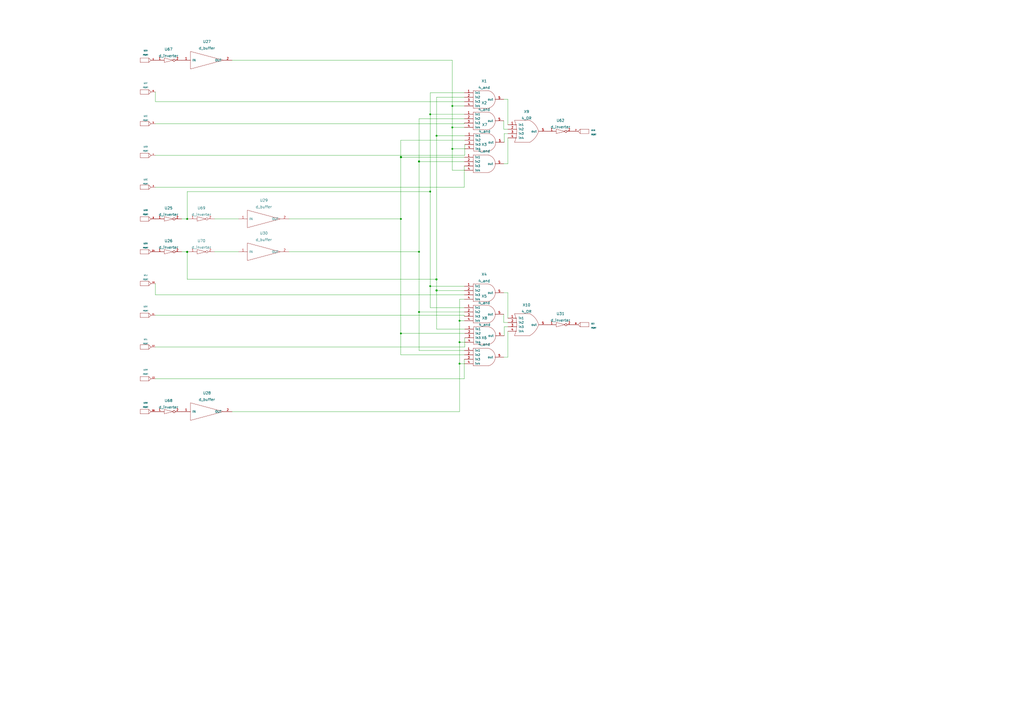
<source format=kicad_sch>
(kicad_sch (version 20211123) (generator eeschema)
  (paper "A2")
  (lib_symbols
    (symbol "eSim_Digital:d_buffer" (pin_names (offset 1.016))
      (property "Reference" "U" (at 0 -1.27 0))
      (property "Value" "d_buffer" (at 0 1.27 0))
      (symbol "d_buffer_0_1"
        (polyline (pts (xy -7.62 5.08) (xy -7.62 -5.08) (xy 11.43 0) (xy -7.62 5.08)))
      )
      (symbol "d_buffer_1_1"
        (pin input line (at -12.7 0 0) (length 5.08) (name "IN") (number "1"))
        (pin output line (at 16.51 0 180) (length 5.08) (name "OUT") (number "2"))
      )
    )
    (symbol "eSim_Digital:d_inverter" (pin_names (offset 1.016))
      (property "Reference" "U" (at 0 -2.54 0))
      (property "Value" "d_inverter" (at 0 3.81 0))
      (symbol "d_inverter_0_1"
        (polyline (pts (xy -2.54 1.27) (xy -2.54 -1.27) (xy 2.54 0) (xy -2.54 1.27)))
      )
      (symbol "d_inverter_1_1"
        (pin input line (at -7.62 0 0) (length 5.08) (name "~") (number "1"))
        (pin output inverted (at 7.62 0 180) (length 5.08) (name "~") (number "2"))
      )
    )
    (symbol "eSim_Miscellaneous:PORT" (pin_names (offset 1.016))
      (property "Reference" "U" (at 1.27 2.54 0))
      (property "Value" "PORT" (at 0 0 0))
      (symbol "PORT_0_1"
        (rectangle (start -2.54 1.27) (end 2.54 -1.27))
        (arc (start 2.54 1.27) (mid 3.1355 0.5955) (end 3.81 0))
        (arc (start 3.81 0) (mid 3.1447 -0.6046) (end 2.54 -1.27))
      )
      (symbol "PORT_1_1"
        (pin bidirectional line (at 6.35 0 180) (length 2.54) (name "~") (number "1"))
      )
      (symbol "PORT_2_1"
        (pin bidirectional line (at 6.35 0 180) (length 2.54) (name "~") (number "2"))
      )
      (symbol "PORT_3_1"
        (pin bidirectional line (at 6.35 0 180) (length 2.54) (name "~") (number "3"))
      )
      (symbol "PORT_4_1"
        (pin bidirectional line (at 6.35 0 180) (length 2.54) (name "~") (number "4"))
      )
      (symbol "PORT_5_1"
        (pin bidirectional line (at 6.35 0 180) (length 2.54) (name "~") (number "5"))
      )
      (symbol "PORT_6_1"
        (pin bidirectional line (at 6.35 0 180) (length 2.54) (name "~") (number "6"))
      )
      (symbol "PORT_7_1"
        (pin bidirectional line (at 6.35 0 180) (length 2.54) (name "~") (number "7"))
      )
      (symbol "PORT_8_1"
        (pin bidirectional line (at 6.35 0 180) (length 2.54) (name "~") (number "8"))
      )
      (symbol "PORT_9_1"
        (pin bidirectional line (at 6.35 0 180) (length 2.54) (name "~") (number "9"))
      )
      (symbol "PORT_10_1"
        (pin bidirectional line (at 6.35 0 180) (length 2.54) (name "~") (number "10"))
      )
      (symbol "PORT_11_1"
        (pin bidirectional line (at 6.35 0 180) (length 2.54) (name "~") (number "11"))
      )
      (symbol "PORT_12_1"
        (pin bidirectional line (at 6.35 0 180) (length 2.54) (name "~") (number "12"))
      )
      (symbol "PORT_13_1"
        (pin bidirectional line (at 6.35 0 180) (length 2.54) (name "~") (number "13"))
      )
      (symbol "PORT_14_1"
        (pin bidirectional line (at 6.35 0 180) (length 2.54) (name "~") (number "14"))
      )
      (symbol "PORT_15_1"
        (pin bidirectional line (at 6.35 0 180) (length 2.54) (name "~") (number "15"))
      )
      (symbol "PORT_16_1"
        (pin bidirectional line (at 6.35 0 180) (length 2.54) (name "~") (number "16"))
      )
      (symbol "PORT_17_1"
        (pin bidirectional line (at 6.35 0 180) (length 2.54) (name "~") (number "17"))
      )
      (symbol "PORT_18_1"
        (pin bidirectional line (at 6.35 0 180) (length 2.54) (name "~") (number "18"))
      )
      (symbol "PORT_19_1"
        (pin bidirectional line (at 6.35 0 180) (length 2.54) (name "~") (number "19"))
      )
      (symbol "PORT_20_1"
        (pin bidirectional line (at 6.35 0 180) (length 2.54) (name "~") (number "20"))
      )
      (symbol "PORT_21_1"
        (pin bidirectional line (at 6.35 0 180) (length 2.54) (name "~") (number "21"))
      )
      (symbol "PORT_22_1"
        (pin bidirectional line (at 6.35 0 180) (length 2.54) (name "~") (number "22"))
      )
      (symbol "PORT_23_1"
        (pin bidirectional line (at 6.35 0 180) (length 2.54) (name "~") (number "23"))
      )
      (symbol "PORT_24_1"
        (pin bidirectional line (at 6.35 0 180) (length 2.54) (name "~") (number "24"))
      )
      (symbol "PORT_25_1"
        (pin bidirectional line (at 6.35 0 180) (length 2.54) (name "~") (number "25"))
      )
      (symbol "PORT_26_1"
        (pin bidirectional line (at 6.35 0 180) (length 2.54) (name "~") (number "26"))
      )
    )
    (symbol "eSim_Subckt:4_OR" (pin_names (offset 1.016))
      (property "Reference" "X" (at 3.81 -2.54 0))
      (property "Value" "4_OR" (at 3.81 2.54 0))
      (symbol "4_OR_0_1"
        (arc (start -5.08 -6.35) (mid -3.81 0) (end -5.08 6.35))
        (polyline (pts (xy -5.08 -6.35) (xy 3.81 -6.35)))
        (polyline (pts (xy -5.08 6.35) (xy 3.81 6.35)))
        (arc (start 3.81 -6.35) (mid 6.9463 -3.651) (end 8.89 0))
        (arc (start 8.89 0) (mid 7.0265 3.7162) (end 3.81 6.35))
      )
      (symbol "4_OR_1_1"
        (pin input line (at -8.89 3.81 0) (length 5.08) (name "in1") (number "1"))
        (pin input line (at -8.89 1.27 0) (length 5.08) (name "in2") (number "2"))
        (pin input line (at -8.89 -1.27 0) (length 5.08) (name "in3") (number "3"))
        (pin input line (at -8.89 -3.81 0) (length 5.08) (name "in4") (number "4"))
        (pin output line (at 13.97 0 180) (length 5.08) (name "out") (number "5"))
      )
    )
    (symbol "eSim_Subckt:4_and" (pin_names (offset 1.016))
      (property "Reference" "X" (at 1.27 -1.27 0))
      (property "Value" "4_and" (at 2.54 2.54 0))
      (symbol "4_and_0_1"
        (polyline (pts (xy -5.08 5.08) (xy 3.81 5.08)))
        (polyline (pts (xy -5.08 5.08) (xy -5.08 -5.08) (xy 1.27 -5.08) (xy 3.81 -5.08)))
        (arc (start 3.81 -5.08) (mid 7.7763 0) (end 3.81 5.08))
      )
      (symbol "4_and_1_1"
        (pin input line (at -10.16 3.81 0) (length 5.08) (name "in1") (number "1"))
        (pin input line (at -10.16 1.27 0) (length 5.08) (name "in2") (number "2"))
        (pin input line (at -10.16 -1.27 0) (length 5.08) (name "in3") (number "3"))
        (pin input line (at -10.16 -3.81 0) (length 5.08) (name "in4") (number "4"))
        (pin output line (at 12.7 0 180) (length 5.08) (name "out") (number "5"))
      )
    )
  )
  (junction (at 262.382 86.36))
  (junction (at 232.537 91.059))
  (junction (at 249.555 165.989))
  (junction (at 232.537 91.186))
  (junction (at 243.078 93.726))
  (junction (at 108.585 146.177))
  (junction (at 108.585 127))
  (junction (at 262.382 73.914))
  (junction (at 266.573 186.055))
  (junction (at 262.382 61.468))
  (junction (at 253.238 78.74))
  (junction (at 249.555 111.125))
  (junction (at 232.664 91.186))
  (junction (at 243.078 180.975))
  (junction (at 253.238 168.402))
  (junction (at 243.078 146.05))
  (junction (at 232.537 193.421))
  (junction (at 266.573 198.501))
  (junction (at 266.573 210.947))
  (junction (at 232.537 127))
  (junction (at 253.111 162.052))
  (junction (at 243.078 93.599))
  (junction (at 253.238 162.052))
  (junction (at 249.555 66.294))
  (junction (at 253.238 168.529))
  (junction (at 108.585 146.05))
  (wire (pts (xy 232.537 81.28) (xy 269.621 81.28)))
  (wire (pts (xy 266.573 210.947) (xy 266.573 238.76)))
  (wire (pts (xy 90.17 58.928) (xy 90.17 53.34)))
  (wire (pts (xy 243.078 93.726) (xy 243.078 93.599)))
  (wire (pts (xy 269.367 183.515) (xy 269.367 182.88)))
  (wire (pts (xy 262.382 73.914) (xy 262.382 86.36)))
  (wire (pts (xy 124.46 146.05) (xy 138.43 146.05)))
  (wire (pts (xy 90.17 90.17) (xy 269.621 90.17)))
  (wire (pts (xy 292.227 207.137) (xy 294.64 207.137)))
  (wire (pts (xy 294.64 57.658) (xy 294.64 72.39)))
  (wire (pts (xy 292.481 194.691) (xy 292.481 189.611)))
  (wire (pts (xy 266.573 198.501) (xy 266.573 210.947)))
  (wire (pts (xy 243.078 93.726) (xy 243.078 146.05)))
  (wire (pts (xy 269.621 78.74) (xy 253.238 78.74)))
  (wire (pts (xy 253.238 168.402) (xy 253.238 162.052)))
  (wire (pts (xy 292.481 189.611) (xy 294.64 189.611)))
  (wire (pts (xy 292.481 82.55) (xy 292.481 77.47)))
  (wire (pts (xy 269.367 66.294) (xy 249.555 66.294)))
  (wire (pts (xy 105.41 127) (xy 108.585 127)))
  (wire (pts (xy 269.621 198.501) (xy 266.573 198.501)))
  (wire (pts (xy 232.537 91.186) (xy 232.537 91.059)))
  (wire (pts (xy 108.585 146.05) (xy 109.22 146.05)))
  (wire (pts (xy 262.382 98.806) (xy 269.367 98.806)))
  (wire (pts (xy 108.585 162.052) (xy 253.111 162.052)))
  (wire (pts (xy 90.17 71.755) (xy 269.367 71.755)))
  (wire (pts (xy 253.238 56.388) (xy 253.238 78.74)))
  (wire (pts (xy 243.078 68.834) (xy 243.078 93.599)))
  (wire (pts (xy 269.367 168.529) (xy 253.238 168.529)))
  (wire (pts (xy 266.573 173.609) (xy 269.367 173.609)))
  (wire (pts (xy 232.537 81.28) (xy 232.537 91.059)))
  (wire (pts (xy 253.111 162.052) (xy 253.238 162.052)))
  (wire (pts (xy 292.481 77.47) (xy 294.64 77.47)))
  (wire (pts (xy 249.555 66.294) (xy 249.555 111.125)))
  (wire (pts (xy 269.367 210.947) (xy 266.573 210.947)))
  (wire (pts (xy 266.573 186.055) (xy 266.573 198.501)))
  (wire (pts (xy 262.382 34.925) (xy 262.382 61.468)))
  (wire (pts (xy 262.382 86.36) (xy 269.621 86.36)))
  (wire (pts (xy 292.227 70.104) (xy 292.227 74.93)))
  (wire (pts (xy 243.078 180.975) (xy 243.078 203.327)))
  (wire (pts (xy 232.537 127) (xy 232.537 193.421)))
  (wire (pts (xy 105.41 146.05) (xy 108.585 146.05)))
  (wire (pts (xy 243.078 93.726) (xy 269.367 93.726)))
  (wire (pts (xy 269.367 208.407) (xy 269.367 219.71)))
  (wire (pts (xy 134.62 34.925) (xy 262.382 34.925)))
  (wire (pts (xy 253.238 168.529) (xy 253.238 190.881)))
  (wire (pts (xy 249.555 53.848) (xy 249.555 66.294)))
  (wire (pts (xy 108.585 127) (xy 109.22 127)))
  (wire (pts (xy 253.238 168.402) (xy 253.238 168.529)))
  (wire (pts (xy 90.17 201.295) (xy 269.621 201.295)))
  (wire (pts (xy 167.64 146.05) (xy 243.078 146.05)))
  (wire (pts (xy 292.227 74.93) (xy 294.64 74.93)))
  (wire (pts (xy 243.078 68.834) (xy 269.367 68.834)))
  (wire (pts (xy 294.64 169.799) (xy 294.64 184.531)))
  (wire (pts (xy 262.382 61.468) (xy 262.382 73.914)))
  (wire (pts (xy 269.621 190.881) (xy 253.238 190.881)))
  (wire (pts (xy 269.367 71.755) (xy 269.367 71.374)))
  (wire (pts (xy 292.227 182.245) (xy 292.227 187.071)))
  (wire (pts (xy 243.078 146.05) (xy 243.078 180.975)))
  (wire (pts (xy 269.621 83.82) (xy 269.621 90.17)))
  (wire (pts (xy 294.64 207.137) (xy 294.64 192.151)))
  (wire (pts (xy 243.078 203.327) (xy 269.367 203.327)))
  (wire (pts (xy 269.367 186.055) (xy 266.573 186.055)))
  (wire (pts (xy 292.227 94.996) (xy 294.64 94.996)))
  (wire (pts (xy 262.382 73.914) (xy 269.367 73.914)))
  (wire (pts (xy 266.573 173.609) (xy 266.573 186.055)))
  (wire (pts (xy 232.664 91.186) (xy 269.367 91.186)))
  (wire (pts (xy 232.664 91.186) (xy 232.537 91.186)))
  (wire (pts (xy 232.537 91.186) (xy 232.537 127)))
  (wire (pts (xy 269.367 96.266) (xy 269.367 108.585)))
  (wire (pts (xy 262.382 86.36) (xy 262.382 98.806)))
  (wire (pts (xy 90.17 108.585) (xy 269.367 108.585)))
  (wire (pts (xy 232.537 193.421) (xy 269.621 193.421)))
  (wire (pts (xy 134.62 238.76) (xy 266.573 238.76)))
  (wire (pts (xy 232.537 205.867) (xy 269.367 205.867)))
  (wire (pts (xy 243.078 180.975) (xy 269.367 180.975)))
  (wire (pts (xy 90.17 219.71) (xy 269.367 219.71)))
  (wire (pts (xy 269.367 53.848) (xy 249.555 53.848)))
  (wire (pts (xy 269.367 56.388) (xy 253.238 56.388)))
  (wire (pts (xy 90.17 164.465) (xy 90.17 171.069)))
  (wire (pts (xy 108.585 127) (xy 108.585 111.125)))
  (wire (pts (xy 249.555 165.989) (xy 249.555 178.435)))
  (wire (pts (xy 292.227 187.071) (xy 294.64 187.071)))
  (wire (pts (xy 269.367 58.928) (xy 90.17 58.928)))
  (wire (pts (xy 108.585 111.125) (xy 249.555 111.125)))
  (wire (pts (xy 108.585 146.177) (xy 108.585 146.05)))
  (wire (pts (xy 249.555 111.125) (xy 249.555 165.989)))
  (wire (pts (xy 249.555 165.989) (xy 269.367 165.989)))
  (wire (pts (xy 124.46 127) (xy 138.43 127)))
  (wire (pts (xy 253.238 78.74) (xy 253.238 162.052)))
  (wire (pts (xy 269.367 178.435) (xy 249.555 178.435)))
  (wire (pts (xy 90.17 182.88) (xy 269.367 182.88)))
  (wire (pts (xy 90.17 171.069) (xy 269.367 171.069)))
  (wire (pts (xy 232.283 91.186) (xy 232.537 91.186)))
  (wire (pts (xy 108.585 146.177) (xy 108.585 162.052)))
  (wire (pts (xy 269.621 195.961) (xy 269.621 201.295)))
  (wire (pts (xy 292.227 169.799) (xy 294.64 169.799)))
  (wire (pts (xy 232.537 193.421) (xy 232.537 205.867)))
  (wire (pts (xy 269.367 61.468) (xy 262.382 61.468)))
  (wire (pts (xy 294.64 94.996) (xy 294.64 80.01)))
  (wire (pts (xy 167.64 127) (xy 232.537 127)))
  (wire (pts (xy 292.227 57.658) (xy 294.64 57.658)))
  (symbol (lib_id "eSim_Miscellaneous:PORT") (at 83.82 108.585 0) (unit 3)
    (property "Reference" "U1" (at 84.455 104.14 0) (effects (font (size 0.762 0.762))))
    (property "Value" "PORT" (at 84.455 106.68 0) (effects (font (size 0.762 0.762))))
  )
  (symbol (lib_id "eSim_Digital:d_inverter") (at 325.12 188.341 0) (unit 1)
    (property "Reference" "U31" (at 325.12 181.991 0) (effects (font (size 1.524 1.524))))
    (property "Value" "d_inverter" (at 325.12 185.801 0) (effects (font (size 1.524 1.524))))
  )
  (symbol (lib_id "eSim_Miscellaneous:PORT") (at 83.82 71.755 0) (unit 5)
    (property "Reference" "U1" (at 84.455 67.31 0) (effects (font (size 0.762 0.762))))
    (property "Value" "PORT" (at 84.455 69.85 0) (effects (font (size 0.762 0.762))))
  )
  (symbol (lib_id "eSim_Subckt:4_OR") (at 303.53 188.341 0) (unit 1)
    (property "Reference" "X10" (at 305.435 176.911 0) (effects (font (size 1.524 1.524))))
    (property "Value" "4_OR" (at 305.435 180.721 0) (effects (font (size 1.524 1.524))))
  )
  (symbol (lib_id "eSim_Digital:d_inverter") (at 325.12 76.2 0) (unit 1)
    (property "Reference" "U62" (at 325.12 69.85 0) (effects (font (size 1.524 1.524))))
    (property "Value" "d_inverter" (at 325.12 73.66 0) (effects (font (size 1.524 1.524))))
  )
  (symbol (lib_id "eSim_Miscellaneous:PORT") (at 83.82 53.34 0) (unit 6)
    (property "Reference" "U1" (at 84.455 48.26 0) (effects (font (size 0.762 0.762))))
    (property "Value" "PORT" (at 84.455 50.8 0) (effects (font (size 0.762 0.762))))
  )
  (symbol (lib_id "eSim_Miscellaneous:PORT") (at 83.82 238.76 0) (unit 15)
    (property "Reference" "U1" (at 84.455 233.68 0) (effects (font (size 0.762 0.762))))
    (property "Value" "PORT" (at 84.455 236.22 0) (effects (font (size 0.762 0.762))))
  )
  (symbol (lib_id "eSim_Miscellaneous:PORT") (at 83.82 146.05 0) (unit 14)
    (property "Reference" "U1" (at 84.455 141.224 0) (effects (font (size 0.762 0.762))))
    (property "Value" "PORT" (at 84.455 143.764 0) (effects (font (size 0.762 0.762))))
  )
  (symbol (lib_id "eSim_Miscellaneous:PORT") (at 83.82 219.71 0) (unit 13)
    (property "Reference" "U1" (at 84.455 214.503 0) (effects (font (size 0.762 0.762))))
    (property "Value" "PORT" (at 84.455 217.043 0) (effects (font (size 0.762 0.762))))
  )
  (symbol (lib_id "eSim_Subckt:4_and") (at 279.781 82.55 0) (unit 1)
    (property "Reference" "X7" (at 281.1291 72.39 0) (effects (font (size 1.524 1.524))))
    (property "Value" "4_and" (at 281.1291 76.2 0) (effects (font (size 1.524 1.524))))
  )
  (symbol (lib_id "eSim_Subckt:4_and") (at 279.781 194.691 0) (unit 1)
    (property "Reference" "X8" (at 281.1291 184.531 0) (effects (font (size 1.524 1.524))))
    (property "Value" "4_and" (at 281.1291 188.341 0) (effects (font (size 1.524 1.524))))
  )
  (symbol (lib_id "eSim_Digital:d_inverter") (at 116.84 146.05 0) (unit 1)
    (property "Reference" "U70" (at 116.84 139.7 0) (effects (font (size 1.524 1.524))))
    (property "Value" "d_inverter" (at 116.84 143.51 0) (effects (font (size 1.524 1.524))))
  )
  (symbol (lib_id "eSim_Miscellaneous:PORT") (at 83.82 164.465 0) (unit 10)
    (property "Reference" "U1" (at 84.455 159.639 0) (effects (font (size 0.762 0.762))))
    (property "Value" "PORT" (at 84.455 162.179 0) (effects (font (size 0.762 0.762))))
  )
  (symbol (lib_id "eSim_Miscellaneous:PORT") (at 83.82 34.925 0) (unit 1)
    (property "Reference" "U1" (at 84.455 29.337 0) (effects (font (size 0.762 0.762))))
    (property "Value" "PORT" (at 84.455 31.877 0) (effects (font (size 0.762 0.762))))
  )
  (symbol (lib_id "eSim_Digital:d_buffer") (at 118.11 34.925 0) (unit 1)
    (property "Reference" "U27" (at 120.015 24.13 0) (effects (font (size 1.524 1.524))))
    (property "Value" "d_buffer" (at 120.015 27.94 0) (effects (font (size 1.524 1.524))))
  )
  (symbol (lib_id "eSim_Digital:d_buffer") (at 151.13 127 0) (unit 1)
    (property "Reference" "U29" (at 153.035 116.205 0) (effects (font (size 1.524 1.524))))
    (property "Value" "d_buffer" (at 153.035 120.015 0) (effects (font (size 1.524 1.524))))
  )
  (symbol (lib_id "eSim_Subckt:4_and") (at 279.527 94.996 0) (unit 1)
    (property "Reference" "X3" (at 280.8751 83.82 0) (effects (font (size 1.524 1.524))))
    (property "Value" "4_and" (at 280.8751 87.63 0) (effects (font (size 1.524 1.524))))
  )
  (symbol (lib_id "eSim_Miscellaneous:PORT") (at 83.82 90.17 0) (unit 4)
    (property "Reference" "U1" (at 84.455 85.09 0) (effects (font (size 0.762 0.762))))
    (property "Value" "PORT" (at 84.455 87.63 0) (effects (font (size 0.762 0.762))))
  )
  (symbol (lib_id "eSim_Subckt:4_OR") (at 303.53 76.2 0) (unit 1)
    (property "Reference" "X9" (at 305.435 64.77 0) (effects (font (size 1.524 1.524))))
    (property "Value" "4_OR" (at 305.435 68.58 0) (effects (font (size 1.524 1.524))))
  )
  (symbol (lib_id "eSim_Subckt:4_and") (at 279.527 182.245 0) (unit 1)
    (property "Reference" "X5" (at 280.8751 171.831 0) (effects (font (size 1.524 1.524))))
    (property "Value" "4_and" (at 280.8751 175.641 0) (effects (font (size 1.524 1.524))))
  )
  (symbol (lib_id "eSim_Digital:d_inverter") (at 97.79 146.05 0) (unit 1)
    (property "Reference" "U26" (at 97.79 139.7 0) (effects (font (size 1.524 1.524))))
    (property "Value" "d_inverter" (at 97.79 143.51 0) (effects (font (size 1.524 1.524))))
  )
  (symbol (lib_id "eSim_Miscellaneous:PORT") (at 83.82 127 0) (unit 2)
    (property "Reference" "U1" (at 84.455 121.92 0) (effects (font (size 0.762 0.762))))
    (property "Value" "PORT" (at 84.455 124.46 0) (effects (font (size 0.762 0.762))))
  )
  (symbol (lib_id "eSim_Miscellaneous:PORT") (at 339.09 76.2 180) (unit 7)
    (property "Reference" "U1" (at 342.9 75.565 0) (effects (font (size 0.762 0.762)) (justify right)))
    (property "Value" "PORT" (at 342.9 78.105 0) (effects (font (size 0.762 0.762)) (justify right)))
  )
  (symbol (lib_id "eSim_Subckt:4_and") (at 279.527 207.137 0) (unit 1)
    (property "Reference" "X6" (at 280.8751 195.961 0) (effects (font (size 1.524 1.524))))
    (property "Value" "4_and" (at 280.8751 199.771 0) (effects (font (size 1.524 1.524))))
  )
  (symbol (lib_id "eSim_Subckt:4_and") (at 279.527 169.799 0) (unit 1)
    (property "Reference" "X4" (at 280.8751 159.131 0) (effects (font (size 1.524 1.524))))
    (property "Value" "4_and" (at 280.8751 162.941 0) (effects (font (size 1.524 1.524))))
  )
  (symbol (lib_id "eSim_Miscellaneous:PORT") (at 339.09 188.341 180) (unit 9)
    (property "Reference" "U1" (at 342.9 187.706 0) (effects (font (size 0.762 0.762)) (justify right)))
    (property "Value" "PORT" (at 342.9 190.246 0) (effects (font (size 0.762 0.762)) (justify right)))
  )
  (symbol (lib_id "eSim_Subckt:4_and") (at 279.527 57.658 0) (unit 1)
    (property "Reference" "X1" (at 280.8751 46.99 0) (effects (font (size 1.524 1.524))))
    (property "Value" "4_and" (at 280.8751 50.8 0) (effects (font (size 1.524 1.524))))
  )
  (symbol (lib_id "eSim_Digital:d_inverter") (at 97.79 238.76 0) (unit 1)
    (property "Reference" "U68" (at 97.79 232.41 0) (effects (font (size 1.524 1.524))))
    (property "Value" "d_inverter" (at 97.79 236.22 0) (effects (font (size 1.524 1.524))))
  )
  (symbol (lib_id "eSim_Subckt:4_and") (at 279.527 70.104 0) (unit 1)
    (property "Reference" "X2" (at 280.8751 59.69 0) (effects (font (size 1.524 1.524))))
    (property "Value" "4_and" (at 280.8751 63.5 0) (effects (font (size 1.524 1.524))))
  )
  (symbol (lib_id "eSim_Digital:d_inverter") (at 97.79 127 0) (unit 1)
    (property "Reference" "U25" (at 97.79 120.65 0) (effects (font (size 1.524 1.524))))
    (property "Value" "d_inverter" (at 97.79 124.46 0) (effects (font (size 1.524 1.524))))
  )
  (symbol (lib_id "eSim_Digital:d_buffer") (at 151.13 146.05 0) (unit 1)
    (property "Reference" "U30" (at 153.035 135.255 0) (effects (font (size 1.524 1.524))))
    (property "Value" "d_buffer" (at 153.035 139.065 0) (effects (font (size 1.524 1.524))))
  )
  (symbol (lib_id "eSim_Digital:d_buffer") (at 118.11 238.76 0) (unit 1)
    (property "Reference" "U28" (at 120.015 227.965 0) (effects (font (size 1.524 1.524))))
    (property "Value" "d_buffer" (at 120.015 231.775 0) (effects (font (size 1.524 1.524))))
  )
  (symbol (lib_id "eSim_Miscellaneous:PORT") (at 83.82 182.88 0) (unit 11)
    (property "Reference" "U1" (at 84.455 177.8 0) (effects (font (size 0.762 0.762))))
    (property "Value" "PORT" (at 84.455 180.34 0) (effects (font (size 0.762 0.762))))
  )
  (symbol (lib_id "eSim_Digital:d_inverter") (at 97.79 34.925 0) (unit 1)
    (property "Reference" "U67" (at 97.79 28.575 0) (effects (font (size 1.524 1.524))))
    (property "Value" "d_inverter" (at 97.79 32.385 0) (effects (font (size 1.524 1.524))))
  )
  (symbol (lib_id "eSim_Digital:d_inverter") (at 116.84 127 0) (unit 1)
    (property "Reference" "U69" (at 116.84 120.65 0) (effects (font (size 1.524 1.524))))
    (property "Value" "d_inverter" (at 116.84 124.46 0) (effects (font (size 1.524 1.524))))
  )
  (symbol (lib_id "eSim_Miscellaneous:PORT") (at 83.82 201.295 0) (unit 12)
    (property "Reference" "U1" (at 84.455 196.85 0) (effects (font (size 0.762 0.762))))
    (property "Value" "PORT" (at 84.455 199.39 0) (effects (font (size 0.762 0.762))))
  )
)
</source>
